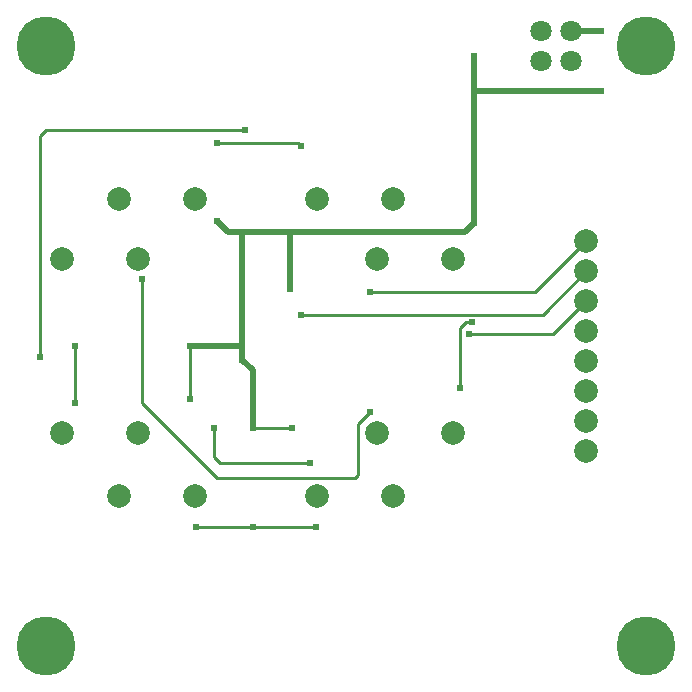
<source format=gbl>
G04 Layer: BottomLayer*
G04 Panelize: , Column: 2, Row: 2, Board Size: 58.42mm x 58.42mm, Panelized Board Size: 118.84mm x 118.84mm*
G04 EasyEDA v6.5.32, 2023-07-25 17:12:40*
G04 90a50ce0e3964c3490e883de99d9e253,5a6b42c53f6a479593ecc07194224c93,10*
G04 Gerber Generator version 0.2*
G04 Scale: 100 percent, Rotated: No, Reflected: No *
G04 Dimensions in millimeters *
G04 leading zeros omitted , absolute positions ,4 integer and 5 decimal *
%FSLAX45Y45*%
%MOMM*%

%ADD10C,0.2540*%
%ADD11C,0.5000*%
%ADD12C,2.0000*%
%ADD13C,5.0000*%
%ADD14C,1.8000*%
%ADD15C,0.6096*%

%LPD*%
D10*
X3962392Y3018383D02*
G01*
X4675759Y3018383D01*
X4956581Y3299205D01*
X3124194Y3373983D02*
G01*
X4523359Y3373983D01*
X4956581Y3807205D01*
X2611983Y1930394D02*
G01*
X1854197Y1930394D01*
X1803397Y1981194D01*
X1803397Y2225090D01*
D11*
X4826000Y5588000D02*
G01*
X5079989Y5588000D01*
X5079989Y5079989D02*
G01*
X4000500Y5079989D01*
X4000500Y5372100D02*
G01*
X4000500Y5079989D01*
X2611881Y3886200D02*
G01*
X3037840Y3886200D01*
X2611881Y3886200D02*
G01*
X1919305Y3886200D01*
X1827814Y3977690D01*
X2450845Y3403600D02*
G01*
X2450845Y3886200D01*
X2044445Y2806445D02*
G01*
X2044445Y3886200D01*
D10*
X2463800Y2225039D02*
G01*
X2133600Y2225039D01*
D11*
X2133600Y2225039D02*
G01*
X2133600Y2717292D01*
X2044445Y2806445D01*
X1600200Y2921000D02*
G01*
X2044445Y2921000D01*
D10*
X1600200Y2921000D02*
G01*
X1600200Y2472436D01*
X1595881Y2468118D01*
X1193800Y3484118D02*
G01*
X1193800Y2438400D01*
X1828800Y1803400D01*
X2569718Y1803400D01*
X3124200Y2357881D02*
G01*
X3119881Y2357881D01*
X3022600Y2260600D01*
X3022600Y1828800D01*
X2997200Y1803400D01*
X2569718Y1803400D01*
X2133600Y1386839D02*
G01*
X2666994Y1386839D01*
X2133600Y1386839D02*
G01*
X1650997Y1386839D01*
X1828800Y4638039D02*
G01*
X2518544Y4638039D01*
X2539994Y4616589D01*
X330200Y2823590D02*
G01*
X330200Y4698989D01*
X381000Y4749789D01*
X2061590Y4749789D01*
X624839Y2921000D02*
G01*
X624839Y2438394D01*
X2539994Y3183483D02*
G01*
X4586859Y3183483D01*
X4956581Y3553205D01*
X3987792Y3124194D02*
G01*
X3936992Y3124194D01*
X3886192Y3073394D01*
X3886192Y2565394D01*
D11*
X4000500Y3960644D02*
G01*
X4000500Y5080000D01*
X3037840Y3886200D02*
G01*
X3926077Y3886200D01*
X4000500Y3960621D01*
D12*
G01*
X2672206Y4165600D03*
G01*
X3322193Y4165600D03*
G01*
X3180206Y3657600D03*
G01*
X3830193Y3657600D03*
G01*
X995806Y4165600D03*
G01*
X1645793Y4165600D03*
G01*
X513206Y3657600D03*
G01*
X1163193Y3657600D03*
G01*
X513206Y2184400D03*
G01*
X1163193Y2184400D03*
G01*
X995806Y1651000D03*
G01*
X1645793Y1651000D03*
G01*
X2672206Y1651000D03*
G01*
X3322193Y1651000D03*
G01*
X3180206Y2184400D03*
G01*
X3830193Y2184400D03*
D13*
G01*
X381000Y5461000D03*
G01*
X5461000Y5461000D03*
G01*
X5461000Y381000D03*
G01*
X381000Y381000D03*
D12*
G01*
X4956581Y2029205D03*
G01*
X4956581Y2283205D03*
G01*
X4956581Y2537205D03*
G01*
X4956581Y2791205D03*
G01*
X4956581Y3045205D03*
G01*
X4956581Y3299205D03*
G01*
X4956581Y3553205D03*
G01*
X4956581Y3807205D03*
D14*
G01*
X4572000Y5588000D03*
G01*
X4572000Y5334000D03*
G01*
X4826000Y5334000D03*
G01*
X4826000Y5588000D03*
D15*
G01*
X4000500Y5372100D03*
G01*
X3962400Y3018383D03*
G01*
X2061590Y4749800D03*
G01*
X330200Y2823590D03*
G01*
X2540000Y3183483D03*
G01*
X3124200Y3373983D03*
G01*
X1193800Y3483990D03*
G01*
X3124200Y2357983D03*
G01*
X1803400Y2225090D03*
G01*
X2611983Y1930400D03*
G01*
X1595881Y2468118D03*
G01*
X1600200Y2921000D03*
G01*
X2044445Y2806445D03*
G01*
X2133600Y2225039D03*
G01*
X2463800Y2225090D03*
G01*
X2611881Y3886200D03*
G01*
X1827809Y3977690D03*
G01*
X3037840Y3886200D03*
G01*
X5080000Y5588000D03*
G01*
X5080000Y5079974D03*
G01*
X2450845Y3403600D03*
G01*
X2133600Y1386839D03*
G01*
X2667000Y1386839D03*
G01*
X1651000Y1386839D03*
G01*
X1828800Y4638039D03*
G01*
X2540000Y4616577D03*
G01*
X624839Y2921000D03*
G01*
X624839Y2438400D03*
G01*
X3886200Y2565400D03*
G01*
X3987800Y3124200D03*
G01*
X4000500Y3962400D03*
M02*

</source>
